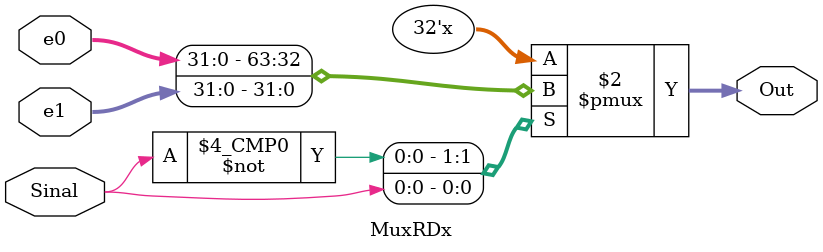
<source format=v>
module MuxRDx(e0, e1,Sinal, Out);

input wire [31:0] e0, e1; // entradas
input wire Sinal; // controle
output reg [31:0] Out; // saída

always @(*) begin
	case(Sinal)
		1'b0: Out <= e0;
		1'b1: Out <= e1;
	endcase
end
endmodule 
</source>
